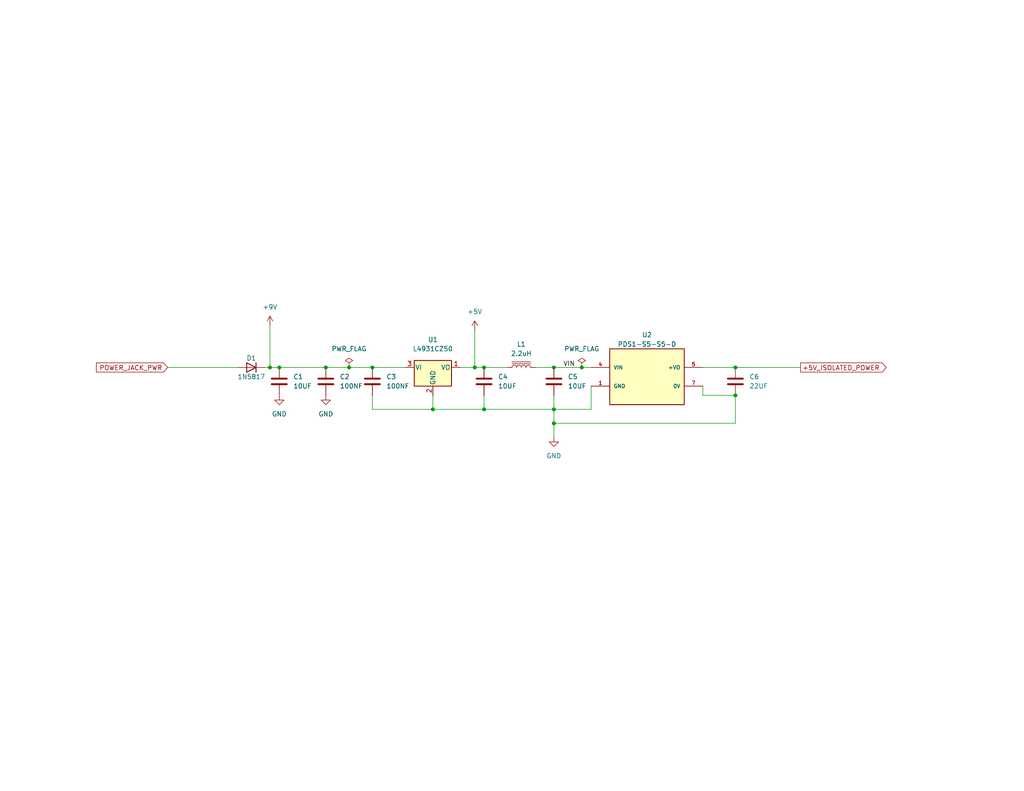
<source format=kicad_sch>
(kicad_sch (version 20230121) (generator eeschema)
  (paper "USLetter")
  (title_block (title "Daisy Seed Guitar Pedal 1590B") (date "2023-03-17") (rev "3") (company "Made by Keith Shepherd (kshep@mac.com)") (comment 1 "https://github.com/electro-smith/Hardware/blob/master/reference/daisy_petal/") (comment 2 "Schematic from the Electro-Smith Daisy Petal Reference Hardware Rev 5"))
  (lib_symbols
    (symbol "Device:C" (pin_numbers hide) (pin_names (offset 0.254))
      (property "Reference" "C" (at 0.635 2.54 0))
      (property "Value" "C" (at 0.635 -2.54 0))
      (symbol "C_0_1"
        (polyline (pts (xy -2.032 -0.762) (xy 2.032 -0.762)) (stroke (width 0.508)))
        (polyline (pts (xy -2.032 0.762) (xy 2.032 0.762)) (stroke (width 0.508)))
      )
      (symbol "C_1_1"
        (pin passive line (at 0 3.81 270) (length 2.794) (name "~") (number "1"))
        (pin passive line (at 0 -3.81 90) (length 2.794) (name "~") (number "2"))
      )
    )
    (symbol "Device:D" (pin_numbers hide) (pin_names (offset 1.016) hide)
      (property "Reference" "D" (at 0 2.54 0))
      (property "Value" "D" (at 0 -2.54 0))
      (symbol "D_0_1"
        (polyline (pts (xy -1.27 1.27) (xy -1.27 -1.27)) (stroke (width 0.254)))
        (polyline (pts (xy 1.27 0) (xy -1.27 0)))
        (polyline (pts (xy 1.27 1.27) (xy 1.27 -1.27) (xy -1.27 0) (xy 1.27 1.27)) (stroke (width 0.254)))
      )
      (symbol "D_1_1"
        (pin passive line (at -3.81 0 0) (length 2.54) (name "K") (number "1"))
        (pin passive line (at 3.81 0 180) (length 2.54) (name "A") (number "2"))
      )
    )
    (symbol "Device:L_Iron" (pin_numbers hide) (pin_names (offset 1.016) hide)
      (property "Reference" "L" (at -1.27 0 90))
      (property "Value" "L_Iron" (at 2.794 0 90))
      (symbol "L_Iron_0_1"
        (arc (start 0 -2.54) (mid 0.6323 -1.905) (end 0 -1.27))
        (arc (start 0 -1.27) (mid 0.6323 -0.635) (end 0 0))
        (polyline (pts (xy 1.016 2.54) (xy 1.016 -2.54)))
        (polyline (pts (xy 1.524 -2.54) (xy 1.524 2.54)))
        (arc (start 0 0) (mid 0.6323 0.635) (end 0 1.27))
        (arc (start 0 1.27) (mid 0.6323 1.905) (end 0 2.54))
      )
      (symbol "L_Iron_1_1"
        (pin passive line (at 0 3.81 270) (length 1.27) (name "1") (number "1"))
        (pin passive line (at 0 -3.81 90) (length 1.27) (name "2") (number "2"))
      )
    )
    (symbol "PDS1-S5-S5-D:PDS1-S5-S5-D" (pin_names (offset 1.016))
      (property "Reference" "U" (at -10.2362 7.6708 0))
      (property "Value" "PDS1-S5-S5-D" (at -10.2108 -10.2108 0))
      (symbol "PDS1-S5-S5-D_0_0"
        (rectangle (start -10.16 -7.62) (end 10.16 7.62) (stroke (width 0.254)) (fill (type background)))
        (pin power_in line (at -15.24 -2.54 0) (length 5.08) (name "GND") (number "1"))
        (pin input line (at -15.24 2.54 0) (length 5.08) (name "VIN") (number "4"))
        (pin output line (at 15.24 2.54 180) (length 5.08) (name "+VO") (number "5"))
        (pin power_in line (at 15.24 -2.54 180) (length 5.08) (name "0V") (number "7"))
      )
    )
    (symbol "Regulator_Linear:L78L05_TO92" (pin_names (offset 0.254))
      (property "Reference" "U" (at -3.81 3.175 0))
      (property "Value" "L78L05_TO92" (at 0 3.175 0))
      (symbol "L78L05_TO92_0_1"
        (rectangle (start -5.08 -5.08) (end 5.08 1.905) (stroke (width 0.254)) (fill (type background)))
      )
      (symbol "L78L05_TO92_1_1"
        (pin power_out line (at 7.62 0 180) (length 2.54) (name "VO") (number "1"))
        (pin power_in line (at 0 -7.62 90) (length 2.54) (name "GND") (number "2"))
        (pin power_in line (at -7.62 0 0) (length 2.54) (name "VI") (number "3"))
      )
    )
    (symbol "power:+5V" (power) (pin_names (offset 0))
      (property "Value" "+5V" (at 0 3.556 0))
      (symbol "+5V_0_1"
        (polyline (pts (xy -0.762 1.27) (xy 0 2.54)))
        (polyline (pts (xy 0 0) (xy 0 2.54)))
        (polyline (pts (xy 0 2.54) (xy 0.762 1.27)))
      )
      (symbol "+5V_1_1"
        (pin power_in line (at 0 0 90) (length 0) hide (name "+5V") (number "1"))
      )
    )
    (symbol "power:+9V" (power) (pin_names (offset 0))
      (property "Value" "+9V" (at 0 3.556 0))
      (symbol "+9V_0_1"
        (polyline (pts (xy -0.762 1.27) (xy 0 2.54)))
        (polyline (pts (xy 0 0) (xy 0 2.54)))
        (polyline (pts (xy 0 2.54) (xy 0.762 1.27)))
      )
      (symbol "+9V_1_1"
        (pin power_in line (at 0 0 90) (length 0) hide (name "+9V") (number "1"))
      )
    )
    (symbol "power:GND" (power) (pin_names (offset 0))
      (property "Value" "GND" (at 0 -3.81 0))
      (symbol "GND_0_1"
        (polyline (pts (xy 0 0) (xy 0 -1.27) (xy 1.27 -1.27) (xy 0 -2.54) (xy -1.27 -1.27) (xy 0 -1.27)))
      )
      (symbol "GND_1_1"
        (pin power_in line (at 0 0 270) (length 0) hide (name "GND") (number "1"))
      )
    )
    (symbol "power:PWR_FLAG" (power) (pin_numbers hide) (pin_names (offset 0) hide)
      (property "Value" "PWR_FLAG" (at 0 3.81 0))
      (symbol "PWR_FLAG_0_0"
        (pin power_out line (at 0 0 90) (length 0) (name "pwr") (number "1"))
      )
      (symbol "PWR_FLAG_0_1"
        (polyline (pts (xy 0 0) (xy 0 1.27) (xy -1.016 1.905) (xy 0 2.54) (xy 1.016 1.905) (xy 0 1.27)))
      )
    )
  )
  (junction (at 101.6 100.33))
  (junction (at 76.2 100.33))
  (junction (at 151.13 115.57))
  (junction (at 200.66 107.95))
  (junction (at 132.08 100.33))
  (junction (at 129.54 100.33))
  (junction (at 132.08 111.76))
  (junction (at 73.66 100.33))
  (junction (at 95.25 100.33))
  (junction (at 151.13 111.76))
  (junction (at 118.11 111.76))
  (junction (at 158.75 100.33))
  (junction (at 88.9 100.33))
  (junction (at 151.13 100.33))
  (junction (at 200.66 100.33))
  (wire (pts (xy 76.2 100.33) (xy 88.9 100.33)))
  (wire (pts (xy 132.08 100.33) (xy 138.43 100.33)))
  (wire (pts (xy 158.75 100.33) (xy 161.29 100.33)))
  (wire (pts (xy 88.9 100.33) (xy 95.25 100.33)))
  (wire (pts (xy 151.13 115.57) (xy 200.66 115.57)))
  (wire (pts (xy 151.13 107.95) (xy 151.13 111.76)))
  (wire (pts (xy 191.77 100.33) (xy 200.66 100.33)))
  (wire (pts (xy 200.66 100.33) (xy 218.44 100.33)))
  (wire (pts (xy 45.72 100.33) (xy 64.77 100.33)))
  (wire (pts (xy 191.77 105.41) (xy 191.77 107.95)))
  (wire (pts (xy 151.13 111.76) (xy 151.13 115.57)))
  (wire (pts (xy 125.73 100.33) (xy 129.54 100.33)))
  (wire (pts (xy 72.39 100.33) (xy 73.66 100.33)))
  (wire (pts (xy 73.66 100.33) (xy 76.2 100.33)))
  (wire (pts (xy 161.29 105.41) (xy 161.29 111.76)))
  (wire (pts (xy 101.6 100.33) (xy 110.49 100.33)))
  (wire (pts (xy 129.54 90.17) (xy 129.54 100.33)))
  (wire (pts (xy 132.08 111.76) (xy 151.13 111.76)))
  (wire (pts (xy 101.6 107.95) (xy 101.6 111.76)))
  (wire (pts (xy 146.05 100.33) (xy 151.13 100.33)))
  (wire (pts (xy 151.13 100.33) (xy 158.75 100.33)))
  (wire (pts (xy 73.66 88.9) (xy 73.66 100.33)))
  (wire (pts (xy 129.54 100.33) (xy 132.08 100.33)))
  (wire (pts (xy 132.08 107.95) (xy 132.08 111.76)))
  (wire (pts (xy 118.11 111.76) (xy 132.08 111.76)))
  (wire (pts (xy 101.6 111.76) (xy 118.11 111.76)))
  (wire (pts (xy 95.25 100.33) (xy 101.6 100.33)))
  (wire (pts (xy 191.77 107.95) (xy 200.66 107.95)))
  (wire (pts (xy 151.13 115.57) (xy 151.13 119.38)))
  (wire (pts (xy 151.13 111.76) (xy 161.29 111.76)))
  (wire (pts (xy 118.11 107.95) (xy 118.11 111.76)))
  (wire (pts (xy 200.66 115.57) (xy 200.66 107.95)))
  (label "VIN" (at 153.67 100.33 0))
  (global_label "POWER_JACK_PWR" (shape input) (at 45.72 100.33 180) (property "Intersheetrefs" "${INTERSHEET_REFS}" (effects hide)))
  (global_label "+5V_ISOLATED_POWER" (shape output) (at 218.44 100.33 0) (property "Intersheetrefs" "${INTERSHEET_REFS}" (effects hide)))
  (symbol (lib_id "power:PWR_FLAG") (at 95.25 100.33 0) (unit 1)
    (property "Reference" "#FLG02" (effects hide))
    (property "Value" "PWR_FLAG" (at 95.25 95.25 0))
  )
  (symbol (lib_id "Device:C") (at 200.66 104.14 0) (unit 1)
    (property "Reference" "C6" (at 204.47 102.8699 0) (effects (justify left)))
    (property "Value" "22UF" (at 204.47 105.4099 0) (effects (justify left)))
    (property "Footprint" "Capacitor_THT:CP_Radial_D4.0mm_P2.00mm" (effects hide))
  )
  (symbol (lib_id "Device:C") (at 101.6 104.14 0) (unit 1)
    (property "Reference" "C3" (at 105.41 102.8699 0) (effects (justify left)))
    (property "Value" "100NF" (at 105.41 105.4099 0) (effects (justify left)))
    (property "Footprint" "Capacitor_THT:C_Rect_L7.2mm_W3.0mm_P5.00mm_FKS2_FKP2_MKS2_MKP2" (effects hide))
  )
  (symbol (lib_id "power:+5V") (at 129.54 90.17 0) (unit 1)
    (property "Reference" "#PWR05" (effects hide))
    (property "Value" "+5V" (at 129.54 85.09 0))
  )
  (symbol (lib_id "Device:C") (at 76.2 104.14 0) (unit 1)
    (property "Reference" "C1" (at 80.01 102.8699 0) (effects (justify left)))
    (property "Value" "10UF" (at 80.01 105.4099 0) (effects (justify left)))
    (property "Footprint" "Capacitor_THT:C_Disc_D6.0mm_W2.5mm_P5.00mm" (effects hide))
  )
  (symbol (lib_id "Device:D") (at 68.58 100.33 180) (unit 1)
    (property "Reference" "D1" (at 68.58 97.79 0))
    (property "Value" "1N5817" (at 68.58 102.87 0))
    (property "Footprint" "Diode_THT:D_DO-35_SOD27_P7.62mm_Horizontal" (effects hide))
    (property "Sim.Device" "D" (effects hide))
    (property "Sim.Pins" "1=K 2=A" (effects hide))
  )
  (symbol (lib_id "Device:C") (at 151.13 104.14 0) (unit 1)
    (property "Reference" "C5" (at 154.94 102.8699 0) (effects (justify left)))
    (property "Value" "10UF" (at 154.94 105.4099 0) (effects (justify left)))
    (property "Footprint" "Capacitor_THT:C_Disc_D6.0mm_W2.5mm_P5.00mm" (effects hide))
  )
  (symbol (lib_id "power:GND") (at 88.9 107.95 0) (unit 1)
    (property "Reference" "#PWR04" (effects hide))
    (property "Value" "GND" (at 88.9 113.03 0))
  )
  (symbol (lib_id "power:PWR_FLAG") (at 158.75 100.33 0) (unit 1)
    (property "Reference" "#FLG03" (effects hide))
    (property "Value" "PWR_FLAG" (at 158.75 95.25 0))
  )
  (symbol (lib_id "Device:L_Iron") (at 142.24 100.33 90) (unit 1)
    (property "Reference" "L1" (at 142.24 93.98 90))
    (property "Value" "2.2uH" (at 142.24 96.52 90))
    (property "Footprint" "Inductor_THT:L_Radial_D7.0mm_P3.00mm" (effects hide))
  )
  (symbol (lib_id "Device:C") (at 88.9 104.14 0) (unit 1)
    (property "Reference" "C2" (at 92.71 102.8699 0) (effects (justify left)))
    (property "Value" "100NF" (at 92.71 105.4099 0) (effects (justify left)))
    (property "Footprint" "Capacitor_THT:C_Rect_L7.2mm_W3.0mm_P5.00mm_FKS2_FKP2_MKS2_MKP2" (effects hide))
  )
  (symbol (lib_id "Regulator_Linear:L78L05_TO92") (at 118.11 100.33 0) (unit 1)
    (property "Reference" "U1" (at 118.11 92.71 0))
    (property "Value" "L4931CZ50" (at 118.11 95.25 0))
    (property "Footprint" "Package_TO_SOT_THT:TO-92_Inline_Wide" (effects hide))
    (property "Datasheet" "http://www.st.com/content/ccc/resource/technical/document/datasheet/15/55/e5/aa/23/5b/43/fd/CD00000446.pdf/files/CD00000446.pdf/jcr:content/translations/en.CD00000446.pdf" (effects hide))
  )
  (symbol (lib_id "power:GND") (at 151.13 119.38 0) (unit 1)
    (property "Reference" "#PWR06" (effects hide))
    (property "Value" "GND" (at 151.13 124.46 0))
  )
  (symbol (lib_id "Device:C") (at 132.08 104.14 0) (unit 1)
    (property "Reference" "C4" (at 135.89 102.8699 0) (effects (justify left)))
    (property "Value" "10UF" (at 135.89 105.4099 0) (effects (justify left)))
    (property "Footprint" "Capacitor_THT:C_Disc_D6.0mm_W2.5mm_P5.00mm" (effects hide))
  )
  (symbol (lib_id "power:GND") (at 76.2 107.95 0) (unit 1)
    (property "Reference" "#PWR03" (effects hide))
    (property "Value" "GND" (at 76.2 113.03 0))
  )
  (symbol (lib_id "PDS1-S5-S5-D:PDS1-S5-S5-D") (at 176.53 102.87 0) (unit 1)
    (property "Reference" "U2" (at 176.53 91.44 0))
    (property "Value" "PDS1-S5-S5-D" (at 176.53 93.98 0))
    (property "Footprint" "PDS1-S5-S5-D:CONV_PDS1-S5-S5-D" (effects hide))
    (property "MF" "CUI" (effects hide))
    (property "PRICE" "3.88 USD" (effects hide))
    (property "AVAILABILITY" "Bad" (effects hide))
    (property "PACKAGE" "DIP-7 CUI" (effects hide))
    (property "MP" "PDS1-S12-S12-D" (effects hide))
    (property "DESCRIPTION" "Module DC-DC 12VIN 1-OUT 12V 0.083A 1W 4-Pin DIP" (effects hide))
  )
  (symbol (lib_id "power:+9V") (at 73.66 88.9 0) (unit 1)
    (property "Reference" "#PWR02" (effects hide))
    (property "Value" "+9V" (at 73.66 83.82 0))
  )
)
</source>
